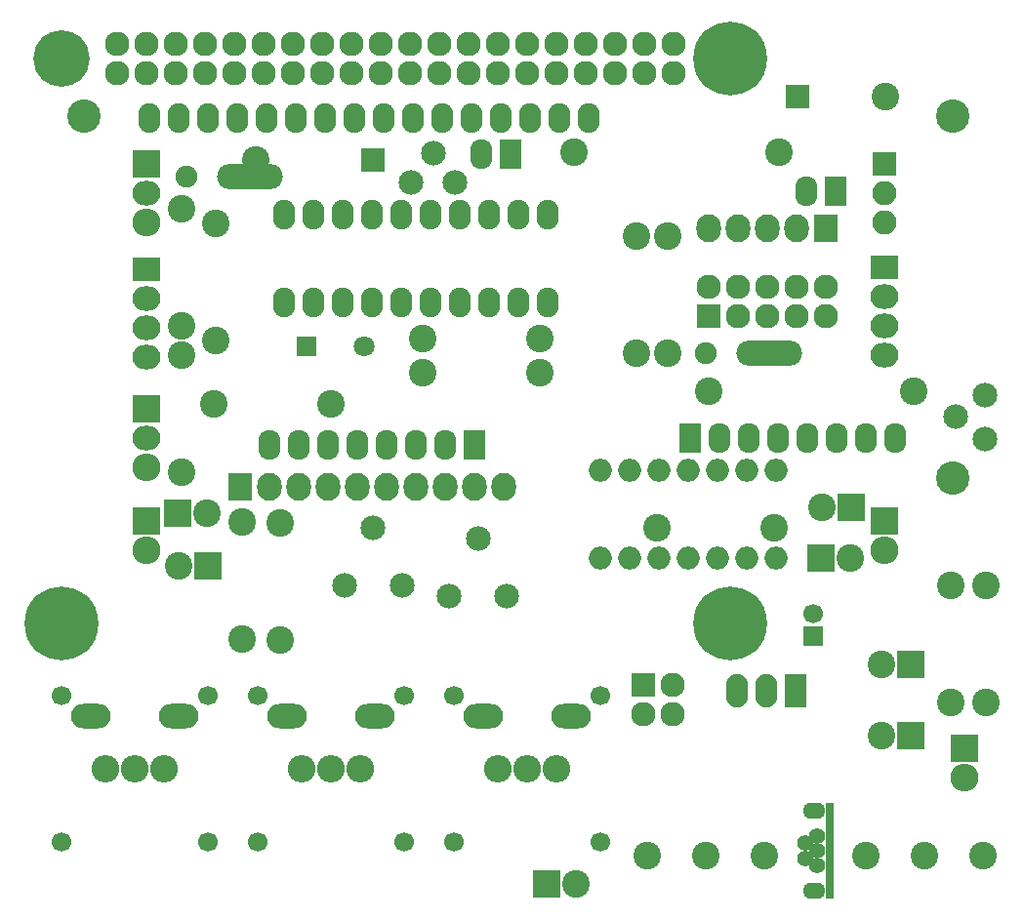
<source format=gbr>
%TF.GenerationSoftware,KiCad,Pcbnew,4.0.5*%
%TF.CreationDate,2017-05-22T14:14:15+02:00*%
%TF.ProjectId,Echtzeitsystem,456368747A65697473797374656D2E6B,1.1*%
%TF.FileFunction,Soldermask,Top*%
%FSLAX46Y46*%
G04 Gerber Fmt 4.6, Leading zero omitted, Abs format (unit mm)*
G04 Created by KiCad (PCBNEW 4.0.5) date Mon May 22 14:14:15 2017*
%MOMM*%
%LPD*%
G01*
G04 APERTURE LIST*
%ADD10C,0.100000*%
%ADD11C,2.398980*%
%ADD12R,2.432000X2.432000*%
%ADD13C,1.900000*%
%ADD14O,5.700000X2.200000*%
%ADD15O,1.901140X2.599640*%
%ADD16C,2.900000*%
%ADD17R,2.127200X2.127200*%
%ADD18O,2.127200X2.127200*%
%ADD19R,2.099260X2.099260*%
%ADD20C,6.400000*%
%ADD21C,4.900000*%
%ADD22O,2.432000X2.432000*%
%ADD23C,2.150060*%
%ADD24O,1.900000X2.900000*%
%ADD25R,1.900000X2.900000*%
%ADD26C,2.400000*%
%ADD27R,2.400000X2.400000*%
%ADD28O,2.432000X2.127200*%
%ADD29R,2.432000X2.127200*%
%ADD30C,1.700000*%
%ADD31R,1.700000X1.700000*%
%ADD32O,3.448000X2.127200*%
%ADD33O,2.400000X2.400000*%
%ADD34O,2.000000X2.000000*%
%ADD35R,2.127200X2.432000*%
%ADD36O,2.127200X2.432000*%
%ADD37C,1.800000*%
%ADD38R,1.800000X1.800000*%
%ADD39R,1.924000X2.597100*%
%ADD40O,1.924000X2.597100*%
%ADD41R,1.924000X2.599640*%
%ADD42O,1.924000X2.599640*%
%ADD43R,2.100000X2.100000*%
%ADD44O,2.100000X2.100000*%
%ADD45C,1.400000*%
%ADD46O,1.950000X1.400000*%
%ADD47R,0.800000X8.400000*%
G04 APERTURE END LIST*
D10*
D11*
X168200000Y-134500000D03*
D12*
X165660000Y-134500000D03*
D13*
X179500000Y-88400000D03*
D14*
X185000000Y-88400000D03*
D15*
X169350000Y-68050000D03*
X166810000Y-68050000D03*
X164270000Y-68050000D03*
X161730000Y-68050000D03*
X159190000Y-68050000D03*
X156650000Y-68050000D03*
X154110000Y-68050000D03*
X151570000Y-68050000D03*
X149030000Y-68050000D03*
X146490000Y-68050000D03*
X143950000Y-68050000D03*
X141410000Y-68050000D03*
X138870000Y-68050000D03*
X136330000Y-68050000D03*
X133790000Y-68050000D03*
X131250000Y-68050000D03*
D16*
X200950000Y-99250000D03*
X200950000Y-67850000D03*
X125550000Y-67850000D03*
D17*
X179790000Y-85220000D03*
D18*
X179790000Y-82680000D03*
X182330000Y-85220000D03*
X182330000Y-82680000D03*
X184870000Y-85220000D03*
X184870000Y-82680000D03*
X187410000Y-85220000D03*
X187410000Y-82680000D03*
X189950000Y-85220000D03*
X189950000Y-82680000D03*
D19*
X150630000Y-71650000D03*
D11*
X140470000Y-71650000D03*
D20*
X181600000Y-111850000D03*
D21*
X123600000Y-62850000D03*
D20*
X123600000Y-111850000D03*
D22*
X201900000Y-125240000D03*
D12*
X201900000Y-122700000D03*
D11*
X203580000Y-132000000D03*
X198500000Y-132000000D03*
X193420000Y-132000000D03*
X184580000Y-132000000D03*
X179500000Y-132000000D03*
X174420000Y-132000000D03*
D23*
X162249360Y-109499360D03*
X159750000Y-104500640D03*
X157250640Y-109499360D03*
X153149360Y-108549360D03*
X150650000Y-103550640D03*
X148150640Y-108549360D03*
D18*
X176730000Y-61580000D03*
X176730000Y-64120000D03*
X174190000Y-61580000D03*
X174190000Y-64120000D03*
X171650000Y-61580000D03*
X171650000Y-64120000D03*
X169110000Y-61580000D03*
X169110000Y-64120000D03*
X166570000Y-61580000D03*
X166570000Y-64120000D03*
X164030000Y-61580000D03*
X164030000Y-64120000D03*
X161490000Y-61580000D03*
X161490000Y-64120000D03*
X158950000Y-61580000D03*
X158950000Y-64120000D03*
X156410000Y-61580000D03*
X156410000Y-64120000D03*
X153870000Y-61580000D03*
X153870000Y-64120000D03*
X151330000Y-61580000D03*
X151330000Y-64120000D03*
X148790000Y-61580000D03*
X148790000Y-64120000D03*
X146250000Y-61580000D03*
X146250000Y-64120000D03*
X143710000Y-61580000D03*
X143710000Y-64120000D03*
X141170000Y-61580000D03*
X141170000Y-64120000D03*
X138630000Y-61580000D03*
X138630000Y-64120000D03*
X136090000Y-61580000D03*
X136090000Y-64120000D03*
X133550000Y-61580000D03*
X133550000Y-64120000D03*
X131010000Y-61580000D03*
X131010000Y-64120000D03*
X128470000Y-61580000D03*
X128470000Y-64120000D03*
D24*
X182220000Y-117700000D03*
X184760000Y-117700000D03*
D25*
X187300000Y-117700000D03*
D11*
X185890000Y-71000000D03*
X168110000Y-71000000D03*
X197540000Y-91700000D03*
X179760000Y-91700000D03*
D15*
X142920000Y-76440000D03*
X145460000Y-76440000D03*
X148000000Y-76440000D03*
X150540000Y-76440000D03*
X153080000Y-76440000D03*
X155620000Y-76440000D03*
X158160000Y-76440000D03*
X160700000Y-76440000D03*
X163240000Y-76440000D03*
X165780000Y-76440000D03*
X165780000Y-84060000D03*
X163240000Y-84060000D03*
X160700000Y-84060000D03*
X158160000Y-84060000D03*
X155620000Y-84060000D03*
X153080000Y-84060000D03*
X150540000Y-84060000D03*
X148000000Y-84060000D03*
X145460000Y-84060000D03*
X142920000Y-84060000D03*
D26*
X194760000Y-115400000D03*
D27*
X197300000Y-115400000D03*
D26*
X133760000Y-106900000D03*
D27*
X136300000Y-106900000D03*
X133700000Y-102300000D03*
D26*
X136240000Y-102300000D03*
X192040000Y-106200000D03*
D27*
X189500000Y-106200000D03*
X192100000Y-101800000D03*
D26*
X189560000Y-101800000D03*
D12*
X131000000Y-93270000D03*
D28*
X131000000Y-95810000D03*
D22*
X131000000Y-98350000D03*
D11*
X175300000Y-103600000D03*
X185460000Y-103600000D03*
X139300000Y-113200000D03*
X139300000Y-103040000D03*
X154950000Y-90150000D03*
X165110000Y-90150000D03*
X154950000Y-87150000D03*
X165110000Y-87150000D03*
X203800000Y-108600000D03*
X203800000Y-118760000D03*
D28*
X131000000Y-88750000D03*
X131000000Y-86210000D03*
X131000000Y-83670000D03*
D29*
X131000000Y-81130000D03*
D18*
X176640000Y-119740000D03*
X174100000Y-119740000D03*
X176640000Y-117200000D03*
D17*
X174100000Y-117200000D03*
D30*
X188850000Y-111000000D03*
D31*
X188850000Y-113000000D03*
D12*
X131000000Y-72000000D03*
D28*
X131000000Y-74540000D03*
D22*
X131000000Y-77080000D03*
D12*
X131000000Y-102960000D03*
D22*
X131000000Y-105500000D03*
X195000000Y-105540000D03*
D12*
X195000000Y-103000000D03*
D30*
X136350000Y-130850000D03*
X136350000Y-118150000D03*
X123650000Y-118150000D03*
X123650000Y-130850000D03*
D32*
X133810000Y-119928000D03*
X126190000Y-119928000D03*
D33*
X127460000Y-124500000D03*
X132540000Y-124500000D03*
X130000000Y-124500000D03*
D30*
X170350000Y-130850000D03*
X170350000Y-118150000D03*
X157650000Y-118150000D03*
X157650000Y-130850000D03*
D32*
X167810000Y-119928000D03*
X160190000Y-119928000D03*
D33*
X161460000Y-124500000D03*
X166540000Y-124500000D03*
X164000000Y-124500000D03*
D30*
X153350000Y-130850000D03*
X153350000Y-118150000D03*
X140650000Y-118150000D03*
X140650000Y-130850000D03*
D32*
X150810000Y-119928000D03*
X143190000Y-119928000D03*
D33*
X144460000Y-124500000D03*
X149540000Y-124500000D03*
X147000000Y-124500000D03*
D34*
X185600000Y-106220000D03*
X183060000Y-106220000D03*
X180520000Y-106220000D03*
X177980000Y-106220000D03*
X175440000Y-106220000D03*
X172900000Y-106220000D03*
X170360000Y-106220000D03*
X170360000Y-98600000D03*
X172900000Y-98600000D03*
X175440000Y-98600000D03*
X177980000Y-98600000D03*
X180520000Y-98600000D03*
X183060000Y-98600000D03*
X185600000Y-98600000D03*
D35*
X139100000Y-100000000D03*
D36*
X141640000Y-100000000D03*
X144180000Y-100000000D03*
X146720000Y-100000000D03*
X149260000Y-100000000D03*
X151800000Y-100000000D03*
X154340000Y-100000000D03*
X156880000Y-100000000D03*
X159420000Y-100000000D03*
X161960000Y-100000000D03*
D37*
X149900000Y-87850000D03*
D38*
X144900000Y-87850000D03*
D28*
X195000000Y-88620000D03*
X195000000Y-86080000D03*
X195000000Y-83540000D03*
D29*
X195000000Y-81000000D03*
D36*
X179790000Y-77600000D03*
X182330000Y-77600000D03*
X184870000Y-77600000D03*
X187410000Y-77600000D03*
D35*
X189950000Y-77600000D03*
D39*
X178158000Y-95814000D03*
D40*
X180698000Y-95814000D03*
X183238000Y-95814000D03*
X185778000Y-95814000D03*
X188318000Y-95814000D03*
X190858000Y-95814000D03*
X193398000Y-95814000D03*
X195938000Y-95814000D03*
D39*
X159420000Y-96400000D03*
D40*
X156880000Y-96400000D03*
X154340000Y-96400000D03*
X151800000Y-96400000D03*
X149260000Y-96400000D03*
X146720000Y-96400000D03*
X144180000Y-96400000D03*
X141640000Y-96400000D03*
D26*
X194760000Y-121600000D03*
D27*
X197300000Y-121600000D03*
D11*
X200750000Y-118760000D03*
X200750000Y-108600000D03*
X142570000Y-113320000D03*
X142570000Y-103160000D03*
D41*
X162590000Y-71120000D03*
D42*
X160050000Y-71120000D03*
D41*
X190770000Y-74400000D03*
D42*
X188230000Y-74400000D03*
D23*
X157765000Y-73575000D03*
X155860000Y-71035000D03*
X153955000Y-73575000D03*
X203705000Y-92055000D03*
X201165000Y-93960000D03*
X203705000Y-95865000D03*
D20*
X181600000Y-62850000D03*
D43*
X195000000Y-72000000D03*
D44*
X195000000Y-74540000D03*
X195000000Y-77080000D03*
D13*
X134450000Y-73100000D03*
D14*
X139950000Y-73100000D03*
D19*
X187440000Y-66150000D03*
D11*
X195060000Y-66150000D03*
D45*
X189120000Y-130300000D03*
X189120000Y-132900000D03*
X188120000Y-130950000D03*
X188120000Y-132250000D03*
X189120000Y-131600000D03*
D46*
X188900000Y-135100000D03*
X188900000Y-128100000D03*
D47*
X190250000Y-131600000D03*
D11*
X176200000Y-78240000D03*
X176200000Y-88400000D03*
X173500000Y-78240000D03*
X173500000Y-88400000D03*
X134000000Y-98760000D03*
X134000000Y-88600000D03*
X146960000Y-92800000D03*
X136800000Y-92800000D03*
X134000000Y-75940000D03*
X134000000Y-86100000D03*
X137000000Y-77140000D03*
X137000000Y-87300000D03*
M02*

</source>
